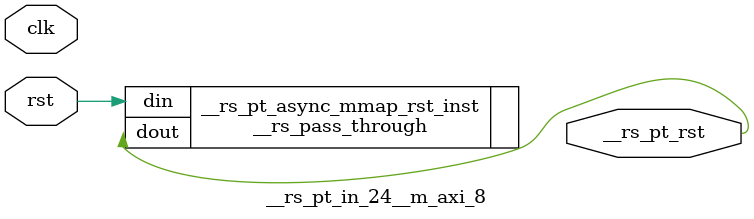
<source format=v>
`timescale 1 ns / 1 ps
/**   Generated by RapidStream   **/
module __rs_pt_in_24__m_axi_8 #(
    parameter BufferSize         = 32,
    parameter BufferSizeLog      = 5,
    parameter AddrWidth          = 64,
    parameter AxiSideAddrWidth   = 64,
    parameter DataWidth          = 512,
    parameter DataWidthBytesLog  = 6,
    parameter WaitTimeWidth      = 4,
    parameter BurstLenWidth      = 8,
    parameter EnableReadChannel  = 1,
    parameter EnableWriteChannel = 1,
    parameter MaxWaitTime        = 3,
    parameter MaxBurstLen        = 15
) (
    output wire __rs_pt_rst,
    input wire  clk,
    input wire  rst
);




__rs_pass_through #(
    .WIDTH (1)
) __rs_pt_async_mmap_rst_inst /**   Generated by RapidStream   **/ (
    .din  (rst),
    .dout (__rs_pt_rst)
);

endmodule  // __rs_pt_in_24__m_axi_8
</source>
